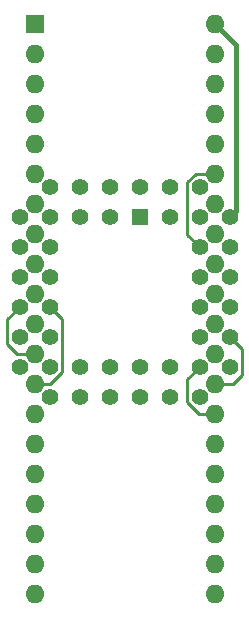
<source format=gbl>
G04 #@! TF.GenerationSoftware,KiCad,Pcbnew,(6.0.4)*
G04 #@! TF.CreationDate,2022-12-30T23:39:26-05:00*
G04 #@! TF.ProjectId,tms7000 plcc adapter,746d7337-3030-4302-9070-6c6363206164,rev?*
G04 #@! TF.SameCoordinates,Original*
G04 #@! TF.FileFunction,Copper,L2,Bot*
G04 #@! TF.FilePolarity,Positive*
%FSLAX46Y46*%
G04 Gerber Fmt 4.6, Leading zero omitted, Abs format (unit mm)*
G04 Created by KiCad (PCBNEW (6.0.4)) date 2022-12-30 23:39:26*
%MOMM*%
%LPD*%
G01*
G04 APERTURE LIST*
G04 #@! TA.AperFunction,ComponentPad*
%ADD10R,1.600000X1.600000*%
G04 #@! TD*
G04 #@! TA.AperFunction,ComponentPad*
%ADD11O,1.600000X1.600000*%
G04 #@! TD*
G04 #@! TA.AperFunction,ComponentPad*
%ADD12R,1.422400X1.422400*%
G04 #@! TD*
G04 #@! TA.AperFunction,ComponentPad*
%ADD13C,1.422400*%
G04 #@! TD*
G04 #@! TA.AperFunction,Conductor*
%ADD14C,0.400000*%
G04 #@! TD*
G04 #@! TA.AperFunction,Conductor*
%ADD15C,0.250000*%
G04 #@! TD*
G04 APERTURE END LIST*
D10*
X120116000Y-48531500D03*
D11*
X120116000Y-51071500D03*
X120116000Y-53611500D03*
X120116000Y-56151500D03*
X120116000Y-58691500D03*
X120116000Y-61231500D03*
X120116000Y-63771500D03*
X120116000Y-66311500D03*
X120116000Y-68851500D03*
X120116000Y-71391500D03*
X120116000Y-73931500D03*
X120116000Y-76471500D03*
X120116000Y-79011500D03*
X120116000Y-81551500D03*
X120116000Y-84091500D03*
X120116000Y-86631500D03*
X120116000Y-89171500D03*
X120116000Y-91711500D03*
X120116000Y-94251500D03*
X120116000Y-96791500D03*
X135356000Y-96791500D03*
X135356000Y-94251500D03*
X135356000Y-91711500D03*
X135356000Y-89171500D03*
X135356000Y-86631500D03*
X135356000Y-84091500D03*
X135356000Y-81551500D03*
X135356000Y-79011500D03*
X135356000Y-76471500D03*
X135356000Y-73931500D03*
X135356000Y-71391500D03*
X135356000Y-68851500D03*
X135356000Y-66311500D03*
X135356000Y-63771500D03*
X135356000Y-61231500D03*
X135356000Y-58691500D03*
X135356000Y-56151500D03*
X135356000Y-53611500D03*
X135356000Y-51071500D03*
X135356000Y-48531500D03*
D12*
X129011000Y-64897000D03*
D13*
X126471000Y-62357000D03*
X126471000Y-64897000D03*
X123931000Y-62357000D03*
X123931000Y-64897000D03*
X121391000Y-62357000D03*
X118851000Y-64897000D03*
X121391000Y-64897000D03*
X118851000Y-67437000D03*
X121391000Y-67437000D03*
X118851000Y-69977000D03*
X121391000Y-69977000D03*
X118851000Y-72517000D03*
X121391000Y-72517000D03*
X118851000Y-75057000D03*
X121391000Y-75057000D03*
X118851000Y-77597000D03*
X121391000Y-80137000D03*
X121391000Y-77597000D03*
X123931000Y-80137000D03*
X123931000Y-77597000D03*
X126471000Y-80137000D03*
X126471000Y-77597000D03*
X129011000Y-80137000D03*
X129011000Y-77597000D03*
X131551000Y-80137000D03*
X131551000Y-77597000D03*
X134091000Y-80137000D03*
X136631000Y-77597000D03*
X134091000Y-77597000D03*
X136631000Y-75057000D03*
X134091000Y-75057000D03*
X136631000Y-72517000D03*
X134091000Y-72517000D03*
X136631000Y-69977000D03*
X134091000Y-69977000D03*
X136631000Y-67437000D03*
X134091000Y-67437000D03*
X136631000Y-64897000D03*
X134091000Y-62357000D03*
X134091000Y-64897000D03*
X131551000Y-62357000D03*
X131551000Y-64897000D03*
X129011000Y-62357000D03*
D14*
X137160000Y-50335500D02*
X137160000Y-64368000D01*
X135356000Y-48531500D02*
X137160000Y-50335500D01*
X137160000Y-64368000D02*
X136631000Y-64897000D01*
D15*
X122426711Y-78026007D02*
X121441218Y-79011500D01*
X122426711Y-73552711D02*
X122426711Y-78026007D01*
X121441218Y-79011500D02*
X120116000Y-79011500D01*
X121391000Y-72517000D02*
X122426711Y-73552711D01*
X118635500Y-76471500D02*
X120116000Y-76471500D01*
X118851000Y-72517000D02*
X117815289Y-73552711D01*
X117815289Y-73552711D02*
X117815289Y-75651289D01*
X117815289Y-75651289D02*
X118635500Y-76471500D01*
X134040782Y-81551500D02*
X135356000Y-81551500D01*
X134091000Y-77597000D02*
X133055289Y-78632711D01*
X133055289Y-80566007D02*
X134040782Y-81551500D01*
X133055289Y-78632711D02*
X133055289Y-80566007D01*
X133055289Y-61927993D02*
X133751782Y-61231500D01*
X133751782Y-61231500D02*
X135356000Y-61231500D01*
X133055289Y-66401289D02*
X133055289Y-61927993D01*
X134091000Y-67437000D02*
X133055289Y-66401289D01*
X136888500Y-79011500D02*
X135356000Y-79011500D01*
X136631000Y-75057000D02*
X137666711Y-76092711D01*
X137666711Y-78233289D02*
X136888500Y-79011500D01*
X137666711Y-76092711D02*
X137666711Y-78233289D01*
M02*

</source>
